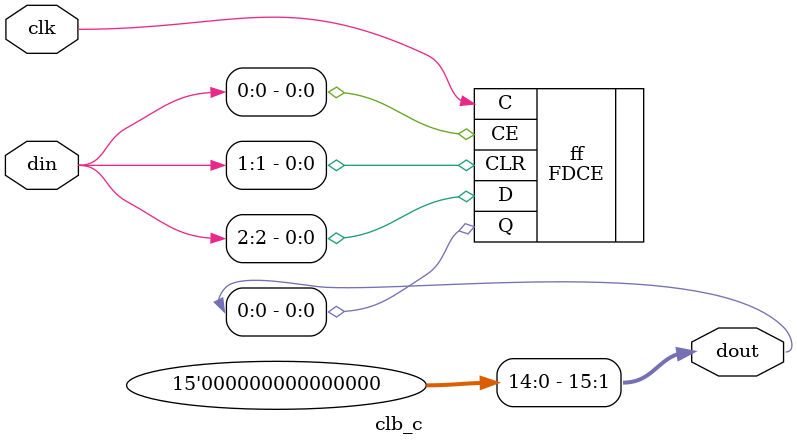
<source format=v>
module clb_c (input clk, input [15:0] din, output [15:0] dout);
	(* LOC="SLICE_X0Y242", BEL="AFF", DONT_TOUCH *)
	FDCE ff (
		.C(clk),
		.Q(dout[0]),
		.CE(din[0]),
		.CLR(din[1]),
		.D(din[2])
	);
	assign dout[15:1] = 0;
endmodule
</source>
